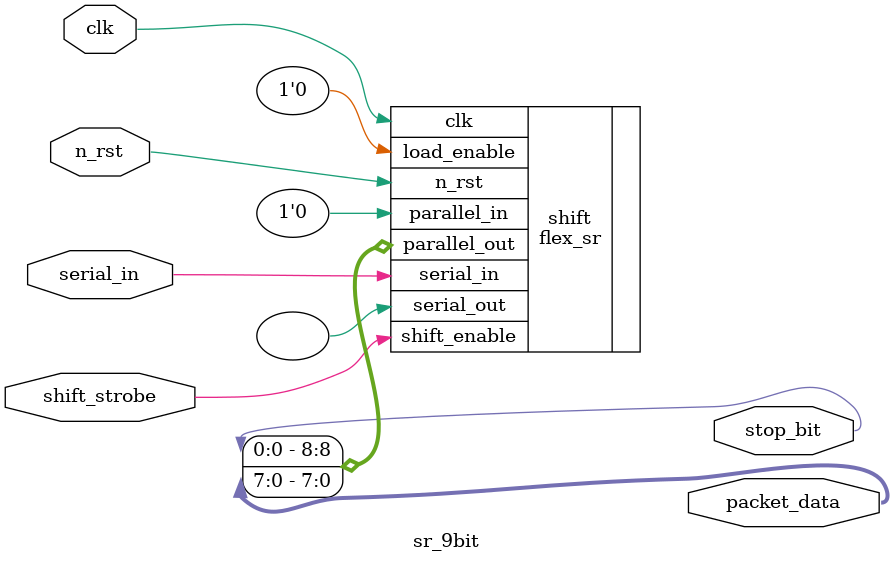
<source format=sv>
`timescale 1ns / 10ps

module sr_9bit (
    input logic clk,
    input logic n_rst,
    input logic shift_strobe,
    input logic serial_in,
    // input logic data_size,
    output logic [7:0] packet_data,
    output logic stop_bit
);

flex_sr #(.SIZE(9), .MSB_FIRST(0)) shift(.clk(clk), .n_rst(n_rst), .shift_enable(shift_strobe), .load_enable(1'b0), .serial_in(serial_in), .parallel_in('0), .serial_out(), .parallel_out({stop_bit, packet_data}));

endmodule


</source>
